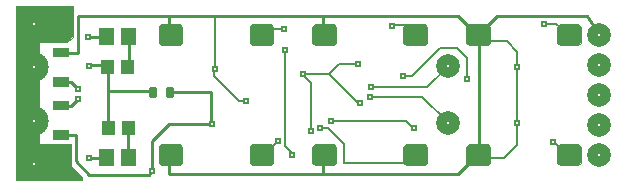
<source format=gbr>
%FSLAX32Y32*%
%MOMM*%
%LNKUPFERSEITE1*%
G71*
G01*
%ADD10C, 0.00*%
%ADD11C, 0.25*%
%ADD12C, 2.70*%
%ADD13C, 2.50*%
%ADD14C, 2.00*%
%ADD15C, 0.62*%
%ADD16C, 0.20*%
%ADD17C, 2.00*%
%ADD18C, 0.05*%
%ADD19C, 0.30*%
%LPD*%
G36*
X2163Y1156D02*
X2183Y1176D01*
X2183Y1316D01*
X2163Y1336D01*
X2003Y1336D01*
X1983Y1316D01*
X1983Y1176D01*
X2003Y1156D01*
X2163Y1156D01*
G37*
G54D10*
X2163Y1156D02*
X2183Y1176D01*
X2183Y1316D01*
X2163Y1336D01*
X2003Y1336D01*
X1983Y1316D01*
X1983Y1176D01*
X2003Y1156D01*
X2163Y1156D01*
G36*
X1393Y1156D02*
X1413Y1176D01*
X1413Y1316D01*
X1393Y1336D01*
X1233Y1336D01*
X1213Y1316D01*
X1213Y1176D01*
X1233Y1156D01*
X1393Y1156D01*
G37*
G54D10*
X1393Y1156D02*
X1413Y1176D01*
X1413Y1316D01*
X1393Y1336D01*
X1233Y1336D01*
X1213Y1316D01*
X1213Y1176D01*
X1233Y1156D01*
X1393Y1156D01*
G36*
X2039Y1221D02*
X2039Y1271D01*
X2089Y1271D01*
X2089Y1221D01*
X2039Y1221D01*
G37*
G36*
X1309Y1221D02*
X1309Y1271D01*
X1359Y1271D01*
X1359Y1221D01*
X1309Y1221D01*
G37*
G36*
X2163Y140D02*
X2183Y160D01*
X2183Y300D01*
X2163Y320D01*
X2003Y320D01*
X1983Y300D01*
X1983Y160D01*
X2003Y140D01*
X2163Y140D01*
G37*
G54D10*
X2163Y140D02*
X2183Y160D01*
X2183Y300D01*
X2163Y320D01*
X2003Y320D01*
X1983Y300D01*
X1983Y160D01*
X2003Y140D01*
X2163Y140D01*
G36*
X1393Y140D02*
X1413Y160D01*
X1413Y300D01*
X1393Y320D01*
X1233Y320D01*
X1213Y300D01*
X1213Y160D01*
X1233Y140D01*
X1393Y140D01*
G37*
G54D10*
X1393Y140D02*
X1413Y160D01*
X1413Y300D01*
X1393Y320D01*
X1233Y320D01*
X1213Y300D01*
X1213Y160D01*
X1233Y140D01*
X1393Y140D01*
G36*
X2039Y205D02*
X2039Y255D01*
X2089Y255D01*
X2089Y205D01*
X2039Y205D01*
G37*
G36*
X1309Y205D02*
X1309Y255D01*
X1359Y255D01*
X1359Y205D01*
X1309Y205D01*
G37*
G36*
X3465Y1156D02*
X3485Y1176D01*
X3485Y1316D01*
X3465Y1336D01*
X3305Y1336D01*
X3285Y1316D01*
X3285Y1176D01*
X3305Y1156D01*
X3465Y1156D01*
G37*
G54D10*
X3465Y1156D02*
X3485Y1176D01*
X3485Y1316D01*
X3465Y1336D01*
X3305Y1336D01*
X3285Y1316D01*
X3285Y1176D01*
X3305Y1156D01*
X3465Y1156D01*
G36*
X2695Y1156D02*
X2715Y1176D01*
X2715Y1316D01*
X2695Y1336D01*
X2535Y1336D01*
X2515Y1316D01*
X2515Y1176D01*
X2535Y1156D01*
X2695Y1156D01*
G37*
G54D10*
X2695Y1156D02*
X2715Y1176D01*
X2715Y1316D01*
X2695Y1336D01*
X2535Y1336D01*
X2515Y1316D01*
X2515Y1176D01*
X2535Y1156D01*
X2695Y1156D01*
G36*
X3340Y1221D02*
X3340Y1271D01*
X3390Y1271D01*
X3390Y1221D01*
X3340Y1221D01*
G37*
G36*
X2610Y1221D02*
X2610Y1271D01*
X2660Y1271D01*
X2660Y1221D01*
X2610Y1221D01*
G37*
G36*
X3465Y140D02*
X3485Y160D01*
X3485Y300D01*
X3465Y320D01*
X3305Y320D01*
X3285Y300D01*
X3285Y160D01*
X3305Y140D01*
X3465Y140D01*
G37*
G54D10*
X3465Y140D02*
X3485Y160D01*
X3485Y300D01*
X3465Y320D01*
X3305Y320D01*
X3285Y300D01*
X3285Y160D01*
X3305Y140D01*
X3465Y140D01*
G36*
X2695Y140D02*
X2715Y160D01*
X2715Y300D01*
X2695Y320D01*
X2535Y320D01*
X2515Y300D01*
X2515Y160D01*
X2535Y140D01*
X2695Y140D01*
G37*
G54D10*
X2695Y140D02*
X2715Y160D01*
X2715Y300D01*
X2695Y320D01*
X2535Y320D01*
X2515Y300D01*
X2515Y160D01*
X2535Y140D01*
X2695Y140D01*
G36*
X3340Y205D02*
X3340Y255D01*
X3390Y255D01*
X3390Y205D01*
X3340Y205D01*
G37*
G36*
X2610Y205D02*
X2610Y255D01*
X2660Y255D01*
X2660Y205D01*
X2610Y205D01*
G37*
G36*
X4767Y1156D02*
X4787Y1176D01*
X4787Y1316D01*
X4767Y1336D01*
X4607Y1336D01*
X4587Y1316D01*
X4587Y1176D01*
X4607Y1156D01*
X4767Y1156D01*
G37*
G54D10*
X4767Y1156D02*
X4787Y1176D01*
X4787Y1316D01*
X4767Y1336D01*
X4607Y1336D01*
X4587Y1316D01*
X4587Y1176D01*
X4607Y1156D01*
X4767Y1156D01*
G36*
X3997Y1156D02*
X4017Y1176D01*
X4017Y1316D01*
X3997Y1336D01*
X3837Y1336D01*
X3817Y1316D01*
X3817Y1176D01*
X3837Y1156D01*
X3997Y1156D01*
G37*
G54D10*
X3997Y1156D02*
X4017Y1176D01*
X4017Y1316D01*
X3997Y1336D01*
X3837Y1336D01*
X3817Y1316D01*
X3817Y1176D01*
X3837Y1156D01*
X3997Y1156D01*
G36*
X4642Y1221D02*
X4642Y1271D01*
X4692Y1271D01*
X4692Y1221D01*
X4642Y1221D01*
G37*
G36*
X3912Y1221D02*
X3912Y1271D01*
X3962Y1271D01*
X3962Y1221D01*
X3912Y1221D01*
G37*
G36*
X4767Y140D02*
X4787Y160D01*
X4787Y300D01*
X4767Y320D01*
X4607Y320D01*
X4587Y300D01*
X4587Y160D01*
X4607Y140D01*
X4767Y140D01*
G37*
G54D10*
X4767Y140D02*
X4787Y160D01*
X4787Y300D01*
X4767Y320D01*
X4607Y320D01*
X4587Y300D01*
X4587Y160D01*
X4607Y140D01*
X4767Y140D01*
G36*
X3997Y140D02*
X4017Y160D01*
X4017Y300D01*
X3997Y320D01*
X3837Y320D01*
X3817Y300D01*
X3817Y160D01*
X3837Y140D01*
X3997Y140D01*
G37*
G54D10*
X3997Y140D02*
X4017Y160D01*
X4017Y300D01*
X3997Y320D01*
X3837Y320D01*
X3817Y300D01*
X3817Y160D01*
X3837Y140D01*
X3997Y140D01*
G36*
X4642Y205D02*
X4642Y255D01*
X4692Y255D01*
X4692Y205D01*
X4642Y205D01*
G37*
G36*
X3912Y205D02*
X3912Y255D01*
X3962Y255D01*
X3962Y205D01*
X3912Y205D01*
G37*
G54D11*
X1302Y1278D02*
X1302Y1405D01*
X3746Y1405D01*
X3905Y1246D01*
G54D11*
X2604Y1405D02*
X2604Y1246D01*
G54D11*
X1302Y230D02*
X1302Y71D01*
X3746Y71D01*
X3905Y230D01*
G54D11*
X2604Y230D02*
X2604Y71D01*
G36*
X320Y888D02*
X455Y888D01*
X455Y808D01*
X320Y808D01*
X320Y888D01*
G37*
X159Y1341D02*
G54D12*
D03*
X159Y151D02*
G54D12*
D03*
X159Y976D02*
G54D13*
D03*
X159Y516D02*
G54D13*
D03*
G36*
X320Y688D02*
X455Y688D01*
X455Y608D01*
X320Y608D01*
X320Y688D01*
G37*
G36*
X321Y1135D02*
X456Y1135D01*
X456Y1055D01*
X321Y1055D01*
X321Y1135D01*
G37*
G36*
X321Y437D02*
X456Y437D01*
X456Y357D01*
X321Y357D01*
X321Y437D01*
G37*
G54D11*
X421Y1095D02*
X532Y1095D01*
X532Y1405D01*
X1302Y1405D01*
X1302Y1262D01*
G54D11*
X159Y1206D02*
X159Y182D01*
X175Y166D01*
X4937Y1246D02*
G54D14*
D03*
X4937Y992D02*
G54D14*
D03*
X4937Y738D02*
G54D14*
D03*
X4937Y484D02*
G54D14*
D03*
X532Y786D02*
G54D15*
D03*
X532Y706D02*
G54D15*
D03*
G54D11*
X405Y849D02*
X468Y849D01*
X524Y794D01*
G54D11*
X429Y643D02*
X468Y643D01*
X532Y706D01*
G36*
X705Y1300D02*
X835Y1300D01*
X835Y1160D01*
X705Y1160D01*
X705Y1300D01*
G37*
G36*
X895Y1300D02*
X1025Y1300D01*
X1025Y1160D01*
X895Y1160D01*
X895Y1300D01*
G37*
G54D11*
X3921Y230D02*
X3921Y1214D01*
X3913Y1222D01*
G36*
X705Y276D02*
X835Y276D01*
X835Y136D01*
X705Y136D01*
X705Y276D01*
G37*
G36*
X895Y276D02*
X1025Y276D01*
X1025Y136D01*
X895Y136D01*
X895Y276D01*
G37*
G36*
X723Y1036D02*
X833Y1036D01*
X833Y916D01*
X723Y916D01*
X723Y1036D01*
G37*
G36*
X893Y1036D02*
X1003Y1036D01*
X1003Y916D01*
X893Y916D01*
X893Y1036D01*
G37*
G36*
X731Y520D02*
X841Y520D01*
X841Y400D01*
X731Y400D01*
X731Y520D01*
G37*
G36*
X901Y520D02*
X1011Y520D01*
X1011Y400D01*
X901Y400D01*
X901Y520D01*
G37*
G54D11*
X405Y397D02*
X508Y397D01*
X516Y389D01*
X516Y397D01*
G54D11*
X952Y460D02*
X952Y198D01*
G54D11*
X960Y1230D02*
X960Y976D01*
G54D11*
X786Y452D02*
X786Y976D01*
G54D11*
X754Y206D02*
X619Y206D01*
G54D11*
X746Y1230D02*
X611Y1230D01*
X611Y1230D02*
G54D15*
D03*
X619Y206D02*
G54D15*
D03*
G54D11*
X3921Y1254D02*
X3929Y1254D01*
X4080Y1405D01*
X4842Y1405D01*
X4945Y1254D01*
X1159Y94D02*
G54D15*
D03*
G54D11*
X516Y397D02*
X516Y174D01*
X627Y63D01*
X1127Y63D01*
X1159Y95D01*
X2901Y999D02*
G54D15*
D03*
X2432Y912D02*
G54D15*
D03*
G54D16*
X2897Y1000D02*
X2738Y1000D01*
X2651Y913D01*
X2428Y913D01*
X2504Y435D02*
G54D15*
D03*
G54D16*
X2500Y436D02*
X2500Y841D01*
X2428Y913D01*
X2917Y666D02*
G54D15*
D03*
G54D16*
X2912Y667D02*
X2897Y667D01*
X2651Y913D01*
X3666Y983D02*
G54D17*
D03*
X3666Y499D02*
G54D17*
D03*
X3008Y800D02*
G54D15*
D03*
G54D16*
X3008Y802D02*
X3485Y802D01*
X3667Y984D01*
X3000Y721D02*
G54D15*
D03*
G54D16*
X3000Y722D02*
X3445Y722D01*
X3659Y508D01*
X4247Y975D02*
G54D15*
D03*
X4247Y499D02*
G54D15*
D03*
G54D16*
X4247Y976D02*
X4247Y500D01*
X2222Y348D02*
G54D15*
D03*
G54D16*
X2127Y262D02*
X2135Y262D01*
X2222Y349D01*
X2278Y1293D02*
G54D15*
D03*
G54D16*
X2278Y1294D02*
X2119Y1294D01*
G54D16*
X3993Y1190D02*
X4159Y1190D01*
X4247Y1103D01*
X4247Y968D01*
G54D16*
X3953Y206D02*
X4135Y206D01*
X4247Y317D01*
X4247Y508D01*
G54D16*
X2580Y460D02*
X2643Y460D01*
X2778Y325D01*
X2778Y159D01*
X3350Y159D01*
X3366Y174D01*
X2580Y459D02*
G54D15*
D03*
X3191Y1324D02*
G54D15*
D03*
G54D16*
X3191Y1325D02*
X3334Y1325D01*
X3366Y1294D01*
X4477Y1340D02*
G54D15*
D03*
G54D16*
X4477Y1341D02*
X4580Y1341D01*
X4620Y1302D01*
X4548Y340D02*
G54D15*
D03*
G54D16*
X4548Y341D02*
X4564Y341D01*
X4643Y262D01*
X3373Y459D02*
G54D15*
D03*
X2675Y515D02*
G54D15*
D03*
G54D16*
X2675Y516D02*
X3310Y516D01*
X3366Y460D01*
X4937Y230D02*
G54D14*
D03*
X3278Y896D02*
G54D15*
D03*
G54D16*
X3278Y897D02*
X3358Y897D01*
X3596Y1135D01*
X3739Y1135D01*
X3826Y1048D01*
X3826Y873D01*
X3826Y872D02*
G54D15*
D03*
X2286Y1118D02*
G54D15*
D03*
G54D16*
X2286Y1119D02*
X2286Y301D01*
X2334Y254D01*
X2342Y229D02*
G54D15*
D03*
X1667Y492D02*
G54D15*
D03*
X1953Y682D02*
G54D15*
D03*
X1691Y960D02*
G54D15*
D03*
G54D16*
X1953Y682D02*
X1897Y682D01*
X1683Y897D01*
X1683Y960D01*
X1691Y968D01*
X1691Y1397D01*
G54D11*
X1159Y95D02*
X1159Y349D01*
X1302Y492D01*
X1667Y492D01*
X627Y984D02*
G54D15*
D03*
G54D11*
X619Y992D02*
X762Y992D01*
X770Y984D01*
G36*
X1128Y732D02*
X1138Y722D01*
X1178Y722D01*
X1188Y732D01*
X1188Y792D01*
X1178Y802D01*
X1138Y802D01*
X1128Y792D01*
X1128Y732D01*
G37*
G54D10*
X1128Y732D02*
X1138Y722D01*
X1178Y722D01*
X1188Y732D01*
X1188Y792D01*
X1178Y802D01*
X1138Y802D01*
X1128Y792D01*
X1128Y732D01*
G36*
X1133Y787D02*
X1183Y787D01*
X1183Y737D01*
X1133Y737D01*
X1133Y787D01*
G37*
G36*
X1278Y787D02*
X1328Y787D01*
X1328Y737D01*
X1278Y737D01*
X1278Y787D01*
G37*
G36*
X1278Y732D02*
X1288Y722D01*
X1328Y722D01*
X1338Y732D01*
X1338Y792D01*
X1328Y802D01*
X1288Y802D01*
X1278Y792D01*
X1278Y732D01*
G37*
G54D10*
X1278Y732D02*
X1288Y722D01*
X1328Y722D01*
X1338Y732D01*
X1338Y792D01*
X1328Y802D01*
X1288Y802D01*
X1278Y792D01*
X1278Y732D01*
G54D11*
X786Y770D02*
X1151Y770D01*
G54D11*
X1310Y762D02*
X1659Y762D01*
X1659Y500D01*
G36*
X8Y1492D02*
X484Y1492D01*
X484Y1230D01*
X437Y1182D01*
X198Y1182D01*
X198Y325D01*
X468Y325D01*
X468Y135D01*
X564Y40D01*
X564Y16D01*
X8Y16D01*
X8Y1492D01*
G37*
G54D18*
X8Y1492D02*
X484Y1492D01*
X484Y1230D01*
X437Y1182D01*
X198Y1182D01*
X198Y325D01*
X468Y325D01*
X468Y135D01*
X564Y40D01*
X564Y16D01*
X8Y16D01*
X8Y1492D01*
%LNAUGENFREISTANZEN*%
%LPC*%
X159Y1341D02*
G54D19*
D03*
X159Y151D02*
G54D19*
D03*
X159Y976D02*
G54D19*
D03*
X159Y516D02*
G54D19*
D03*
X4937Y1246D02*
G54D19*
D03*
X4937Y992D02*
G54D19*
D03*
X4937Y738D02*
G54D19*
D03*
X4937Y484D02*
G54D19*
D03*
X532Y786D02*
G54D19*
D03*
X532Y706D02*
G54D19*
D03*
X611Y1230D02*
G54D19*
D03*
X619Y206D02*
G54D19*
D03*
X1159Y94D02*
G54D19*
D03*
X2901Y999D02*
G54D19*
D03*
X2432Y912D02*
G54D19*
D03*
X2504Y435D02*
G54D19*
D03*
X2917Y666D02*
G54D19*
D03*
X3666Y983D02*
G54D19*
D03*
X3666Y499D02*
G54D19*
D03*
X3008Y800D02*
G54D19*
D03*
X3000Y721D02*
G54D19*
D03*
X4247Y975D02*
G54D19*
D03*
X4247Y499D02*
G54D19*
D03*
X2222Y348D02*
G54D19*
D03*
X2278Y1293D02*
G54D19*
D03*
X2580Y459D02*
G54D19*
D03*
X3191Y1324D02*
G54D19*
D03*
X4477Y1340D02*
G54D19*
D03*
X4548Y340D02*
G54D19*
D03*
X3373Y459D02*
G54D19*
D03*
X2675Y515D02*
G54D19*
D03*
X4937Y230D02*
G54D19*
D03*
X3278Y896D02*
G54D19*
D03*
X3826Y872D02*
G54D19*
D03*
X2286Y1118D02*
G54D19*
D03*
X2342Y229D02*
G54D19*
D03*
X1667Y492D02*
G54D19*
D03*
X1953Y682D02*
G54D19*
D03*
X1691Y960D02*
G54D19*
D03*
X627Y984D02*
G54D19*
D03*
M02*

</source>
